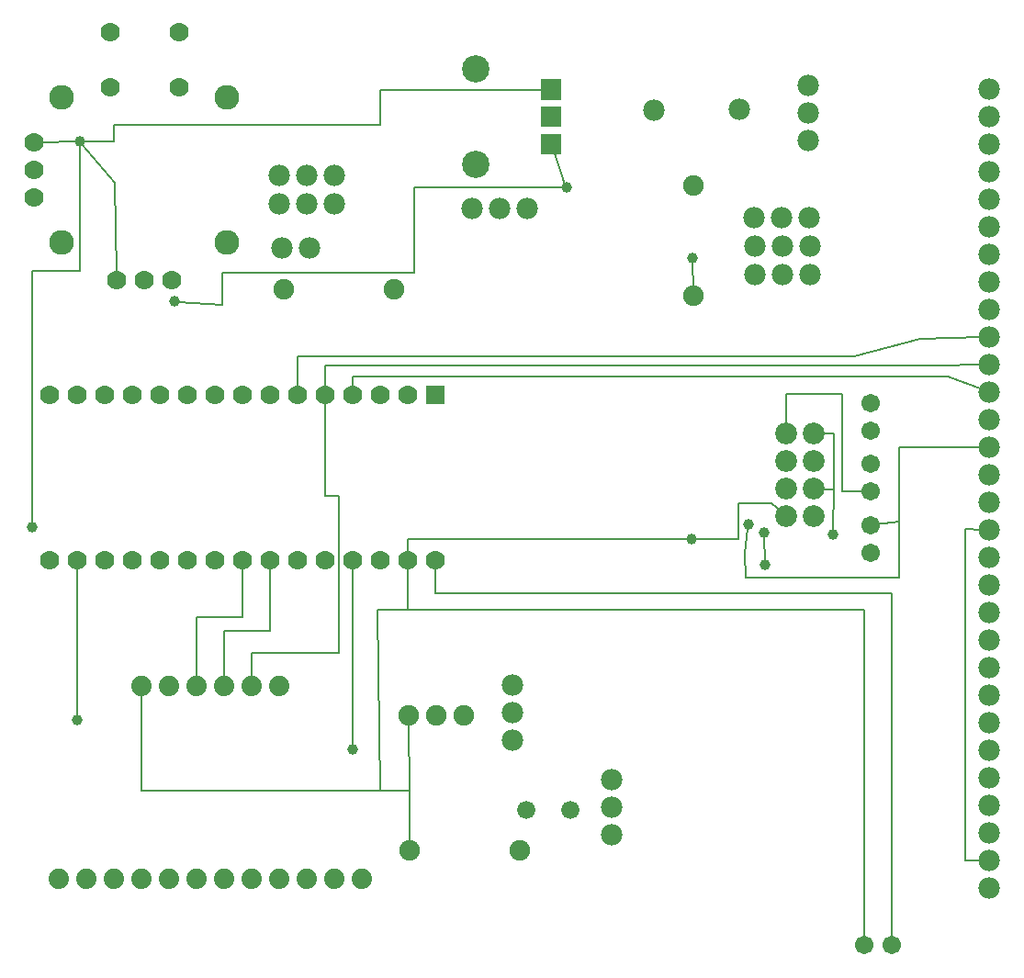
<source format=gbl>
G04 MADE WITH FRITZING*
G04 WWW.FRITZING.ORG*
G04 DOUBLE SIDED*
G04 HOLES PLATED*
G04 CONTOUR ON CENTER OF CONTOUR VECTOR*
%ASAXBY*%
%FSLAX23Y23*%
%MOIN*%
%OFA0B0*%
%SFA1.0B1.0*%
%ADD10C,0.075000*%
%ADD11C,0.078000*%
%ADD12C,0.079370*%
%ADD13C,0.070000*%
%ADD14C,0.039370*%
%ADD15C,0.090000*%
%ADD16C,0.066000*%
%ADD17C,0.074000*%
%ADD18C,0.098740*%
%ADD19C,0.067559*%
%ADD20R,0.070000X0.069972*%
%ADD21C,0.008000*%
%ADD22R,0.001000X0.001000*%
%LNCOPPER0*%
G90*
G70*
G54D10*
X1469Y534D03*
X1869Y534D03*
G54D11*
X3573Y3298D03*
X3573Y3198D03*
X3573Y3098D03*
X3573Y2998D03*
X3573Y2898D03*
X3573Y2798D03*
X3573Y2698D03*
X3573Y2598D03*
X3573Y2498D03*
X3573Y2398D03*
X3573Y2298D03*
X3573Y2198D03*
X3573Y2098D03*
X3573Y1998D03*
X3573Y1898D03*
X3573Y1798D03*
X3573Y1698D03*
X3573Y1598D03*
X3573Y1498D03*
X3573Y1398D03*
X3573Y1298D03*
X3573Y1198D03*
X3573Y1098D03*
X3573Y998D03*
X3573Y898D03*
X3573Y798D03*
X3573Y698D03*
X3573Y598D03*
X3573Y498D03*
X3573Y398D03*
G54D12*
X2938Y1747D03*
X2938Y1847D03*
X2938Y1947D03*
X2938Y2047D03*
X2938Y1747D03*
X2938Y1847D03*
X2938Y1947D03*
X2938Y2047D03*
X2838Y2047D03*
X2838Y1947D03*
X2838Y1847D03*
X2838Y1747D03*
G54D13*
X1563Y2189D03*
X1463Y2189D03*
X1363Y2189D03*
X1263Y2189D03*
X1163Y2189D03*
X1063Y2189D03*
X963Y2189D03*
X863Y2189D03*
X763Y2189D03*
X663Y2189D03*
X563Y2189D03*
X463Y2189D03*
X363Y2189D03*
X263Y2189D03*
X163Y2189D03*
X1563Y1589D03*
X1463Y1589D03*
X1363Y1589D03*
X1263Y1589D03*
X1163Y1589D03*
X1063Y1589D03*
X963Y1589D03*
X863Y1589D03*
X763Y1589D03*
X663Y1589D03*
X563Y1589D03*
X463Y1589D03*
X363Y1589D03*
X263Y1589D03*
X163Y1589D03*
G54D14*
X3008Y1683D03*
X2493Y1666D03*
G54D10*
X2501Y2947D03*
X2501Y2547D03*
G54D11*
X1107Y2723D03*
X1007Y2723D03*
G54D10*
X1467Y1026D03*
X1567Y1026D03*
X1667Y1026D03*
G54D15*
X207Y3267D03*
X807Y3267D03*
X807Y2742D03*
X207Y2742D03*
G54D13*
X607Y2604D03*
X507Y2604D03*
X407Y2604D03*
X107Y3004D03*
X107Y2904D03*
X107Y3104D03*
X632Y3304D03*
X382Y3304D03*
X382Y3504D03*
X632Y3504D03*
G54D16*
X1895Y682D03*
X2052Y682D03*
G54D17*
X797Y431D03*
X497Y1131D03*
X397Y431D03*
X997Y431D03*
X597Y431D03*
X197Y431D03*
X897Y431D03*
X697Y431D03*
X497Y431D03*
X297Y431D03*
X997Y1131D03*
X597Y1131D03*
X897Y1131D03*
X797Y1131D03*
X697Y1131D03*
X1297Y431D03*
X1197Y431D03*
X1097Y431D03*
G54D11*
X2923Y2626D03*
X2823Y2626D03*
X2723Y2626D03*
X2921Y2830D03*
X2821Y2830D03*
X2721Y2830D03*
X1198Y2984D03*
X1098Y2984D03*
X998Y2984D03*
X2668Y3226D03*
X2357Y3223D03*
X2917Y3312D03*
X2917Y3212D03*
X2917Y3112D03*
X2922Y2729D03*
X2822Y2729D03*
X2722Y2729D03*
X1198Y2880D03*
X1098Y2880D03*
X998Y2880D03*
X2205Y792D03*
X2205Y692D03*
X2205Y592D03*
X1897Y2866D03*
X1797Y2866D03*
X1697Y2866D03*
X1843Y1135D03*
X1843Y1035D03*
X1843Y935D03*
G54D17*
X1985Y3099D03*
X1985Y3198D03*
X1985Y3296D03*
G54D18*
X1709Y3025D03*
X1709Y3371D03*
G54D10*
X1014Y2572D03*
X1414Y2572D03*
G54D14*
X263Y1007D03*
X1263Y901D03*
X99Y1707D03*
X617Y2527D03*
X2496Y2685D03*
X272Y3109D03*
X2039Y2940D03*
G54D19*
X3145Y1715D03*
X3145Y1615D03*
X3144Y1938D03*
X3144Y1838D03*
X3219Y190D03*
X3119Y190D03*
X3143Y2159D03*
X3143Y2059D03*
G54D14*
X2700Y1717D03*
X2759Y1570D03*
X2756Y1687D03*
G54D20*
X1563Y2189D03*
G54D21*
X2969Y2047D02*
X3009Y2047D01*
D02*
X3009Y2047D02*
X3010Y1845D01*
D02*
X3010Y1845D02*
X2963Y1846D01*
D02*
X3010Y1845D02*
X3008Y1696D01*
D02*
X2665Y1796D02*
X2784Y1796D01*
D02*
X2507Y1666D02*
X2665Y1666D01*
D02*
X1163Y2295D02*
X1163Y2212D01*
D02*
X3389Y2295D02*
X1163Y2295D01*
D02*
X3543Y2297D02*
X3389Y2295D01*
D02*
X3550Y2207D02*
X3425Y2255D01*
D02*
X3425Y2255D02*
X1263Y2255D01*
D02*
X1263Y2255D02*
X1263Y2212D01*
D02*
X3324Y2392D02*
X3082Y2327D01*
D02*
X3082Y2327D02*
X1063Y2327D01*
D02*
X3543Y2397D02*
X3324Y2392D01*
D02*
X1063Y2327D02*
X1063Y2212D01*
D02*
X1463Y1612D02*
X1463Y1666D01*
D02*
X1463Y1666D02*
X2480Y1666D01*
D02*
X263Y1020D02*
X263Y1565D01*
D02*
X897Y1253D02*
X1213Y1253D01*
D02*
X1213Y1253D02*
X1213Y1823D01*
D02*
X897Y1157D02*
X897Y1253D01*
D02*
X1213Y1823D02*
X1163Y1823D01*
D02*
X1163Y1823D02*
X1163Y2165D01*
D02*
X697Y1382D02*
X863Y1382D01*
D02*
X863Y1382D02*
X863Y1565D01*
D02*
X697Y1157D02*
X697Y1382D01*
D02*
X963Y1331D02*
X797Y1331D01*
D02*
X797Y1331D02*
X797Y1157D01*
D02*
X963Y1565D02*
X963Y1331D01*
D02*
X1263Y915D02*
X1263Y1565D01*
D02*
X259Y3109D02*
X130Y3105D01*
D02*
X407Y2627D02*
X401Y2958D01*
D02*
X401Y2958D02*
X281Y3099D01*
D02*
X272Y2639D02*
X99Y2639D01*
D02*
X272Y3096D02*
X272Y2639D01*
D02*
X99Y2639D02*
X99Y1721D01*
D02*
X398Y3109D02*
X398Y3168D01*
D02*
X286Y3109D02*
X398Y3109D01*
D02*
X1365Y3168D02*
X1365Y3296D01*
D02*
X398Y3168D02*
X1365Y3168D01*
D02*
X1365Y3296D02*
X1960Y3296D01*
D02*
X790Y2516D02*
X790Y2631D01*
D02*
X790Y2631D02*
X1487Y2631D01*
D02*
X630Y2526D02*
X790Y2516D01*
D02*
X1487Y2631D02*
X1487Y2940D01*
D02*
X1487Y2940D02*
X2026Y2940D01*
D02*
X2035Y2953D02*
X1993Y3075D01*
D02*
X2500Y2570D02*
X2496Y2672D01*
D02*
X1352Y1409D02*
X1364Y750D01*
D02*
X1364Y750D02*
X497Y751D01*
D02*
X1364Y750D02*
X1469Y750D01*
D02*
X1463Y1407D02*
X1352Y1409D01*
D02*
X497Y751D02*
X497Y1100D01*
D02*
X1469Y750D02*
X1467Y1003D01*
D02*
X1463Y1565D02*
X1463Y1407D01*
D02*
X1469Y750D02*
X1469Y562D01*
D02*
X1463Y1407D02*
X3119Y1407D01*
D02*
X3119Y1407D02*
X3119Y209D01*
D02*
X3219Y1468D02*
X1563Y1468D01*
D02*
X1563Y1468D02*
X1563Y1565D01*
D02*
X3219Y209D02*
X3219Y1468D01*
D02*
X3041Y1838D02*
X3041Y2192D01*
D02*
X3041Y2192D02*
X2838Y2190D01*
D02*
X3119Y1838D02*
X3041Y1838D01*
D02*
X2838Y2190D02*
X2838Y2073D01*
D02*
X2784Y1796D02*
X2819Y1764D01*
D02*
X2665Y1666D02*
X2665Y1796D01*
D02*
X3488Y498D02*
X3548Y498D01*
D02*
X3488Y1700D02*
X3488Y498D01*
D02*
X3548Y1699D02*
X3488Y1700D01*
D02*
X3246Y1729D02*
X3246Y1998D01*
D02*
X3246Y1998D02*
X3543Y1998D01*
D02*
X3164Y1717D02*
X3246Y1729D01*
D02*
X3246Y1729D02*
X3246Y1525D01*
D02*
X3246Y1525D02*
X2689Y1525D01*
D02*
X2688Y1613D02*
X2698Y1704D01*
D02*
X2689Y1525D02*
X2688Y1613D01*
D02*
X2759Y1584D02*
X2756Y1673D01*
G54D22*
X1947Y3333D02*
X2021Y3333D01*
X1947Y3332D02*
X2021Y3332D01*
X1947Y3331D02*
X2021Y3331D01*
X1947Y3330D02*
X2021Y3330D01*
X1947Y3329D02*
X2021Y3329D01*
X1947Y3328D02*
X2021Y3328D01*
X1947Y3327D02*
X2021Y3327D01*
X1947Y3326D02*
X2021Y3326D01*
X1947Y3325D02*
X2021Y3325D01*
X1947Y3324D02*
X2021Y3324D01*
X1947Y3323D02*
X2021Y3323D01*
X1947Y3322D02*
X2021Y3322D01*
X1947Y3321D02*
X2021Y3321D01*
X1947Y3320D02*
X2021Y3320D01*
X1947Y3319D02*
X2021Y3319D01*
X1947Y3318D02*
X2021Y3318D01*
X1947Y3317D02*
X2021Y3317D01*
X1947Y3316D02*
X1981Y3316D01*
X1987Y3316D02*
X2021Y3316D01*
X1947Y3315D02*
X1977Y3315D01*
X1991Y3315D02*
X2021Y3315D01*
X1947Y3314D02*
X1974Y3314D01*
X1994Y3314D02*
X2021Y3314D01*
X1947Y3313D02*
X1973Y3313D01*
X1995Y3313D02*
X2021Y3313D01*
X1947Y3312D02*
X1971Y3312D01*
X1997Y3312D02*
X2021Y3312D01*
X1947Y3311D02*
X1970Y3311D01*
X1998Y3311D02*
X2021Y3311D01*
X1947Y3310D02*
X1969Y3310D01*
X1999Y3310D02*
X2021Y3310D01*
X1947Y3309D02*
X1968Y3309D01*
X2000Y3309D02*
X2021Y3309D01*
X1947Y3308D02*
X1968Y3308D01*
X2000Y3308D02*
X2021Y3308D01*
X1947Y3307D02*
X1967Y3307D01*
X2001Y3307D02*
X2021Y3307D01*
X1947Y3306D02*
X1966Y3306D01*
X2002Y3306D02*
X2021Y3306D01*
X1947Y3305D02*
X1966Y3305D01*
X2002Y3305D02*
X2021Y3305D01*
X1947Y3304D02*
X1965Y3304D01*
X2003Y3304D02*
X2021Y3304D01*
X1947Y3303D02*
X1965Y3303D01*
X2003Y3303D02*
X2021Y3303D01*
X1947Y3302D02*
X1965Y3302D01*
X2003Y3302D02*
X2021Y3302D01*
X1947Y3301D02*
X1964Y3301D01*
X2004Y3301D02*
X2021Y3301D01*
X1947Y3300D02*
X1964Y3300D01*
X2004Y3300D02*
X2021Y3300D01*
X1947Y3299D02*
X1964Y3299D01*
X2004Y3299D02*
X2021Y3299D01*
X1947Y3298D02*
X1964Y3298D01*
X2004Y3298D02*
X2021Y3298D01*
X1947Y3297D02*
X1964Y3297D01*
X2004Y3297D02*
X2021Y3297D01*
X1947Y3296D02*
X1964Y3296D01*
X2004Y3296D02*
X2021Y3296D01*
X1947Y3295D02*
X1964Y3295D01*
X2004Y3295D02*
X2021Y3295D01*
X1947Y3294D02*
X1964Y3294D01*
X2004Y3294D02*
X2021Y3294D01*
X1947Y3293D02*
X1964Y3293D01*
X2004Y3293D02*
X2021Y3293D01*
X1947Y3292D02*
X1964Y3292D01*
X2004Y3292D02*
X2021Y3292D01*
X1947Y3291D02*
X1965Y3291D01*
X2003Y3291D02*
X2021Y3291D01*
X1947Y3290D02*
X1965Y3290D01*
X2003Y3290D02*
X2021Y3290D01*
X1947Y3289D02*
X1965Y3289D01*
X2003Y3289D02*
X2021Y3289D01*
X1947Y3288D02*
X1966Y3288D01*
X2002Y3288D02*
X2021Y3288D01*
X1947Y3287D02*
X1966Y3287D01*
X2002Y3287D02*
X2021Y3287D01*
X1947Y3286D02*
X1967Y3286D01*
X2001Y3286D02*
X2021Y3286D01*
X1947Y3285D02*
X1968Y3285D01*
X2000Y3285D02*
X2021Y3285D01*
X1947Y3284D02*
X1968Y3284D01*
X2000Y3284D02*
X2021Y3284D01*
X1947Y3283D02*
X1969Y3283D01*
X1999Y3283D02*
X2021Y3283D01*
X1947Y3282D02*
X1970Y3282D01*
X1998Y3282D02*
X2021Y3282D01*
X1947Y3281D02*
X1972Y3281D01*
X1996Y3281D02*
X2021Y3281D01*
X1947Y3280D02*
X1973Y3280D01*
X1995Y3280D02*
X2021Y3280D01*
X1947Y3279D02*
X1975Y3279D01*
X1993Y3279D02*
X2021Y3279D01*
X1947Y3278D02*
X1977Y3278D01*
X1991Y3278D02*
X2021Y3278D01*
X1947Y3277D02*
X1983Y3277D01*
X1985Y3277D02*
X2021Y3277D01*
X1947Y3276D02*
X2021Y3276D01*
X1947Y3275D02*
X2021Y3275D01*
X1947Y3274D02*
X2021Y3274D01*
X1947Y3273D02*
X2021Y3273D01*
X1947Y3272D02*
X2021Y3272D01*
X1947Y3271D02*
X2021Y3271D01*
X1947Y3270D02*
X2021Y3270D01*
X1947Y3269D02*
X2021Y3269D01*
X1947Y3268D02*
X2021Y3268D01*
X1947Y3267D02*
X2021Y3267D01*
X1947Y3266D02*
X2021Y3266D01*
X1947Y3265D02*
X2021Y3265D01*
X1947Y3264D02*
X2021Y3264D01*
X1947Y3263D02*
X2021Y3263D01*
X1947Y3262D02*
X2021Y3262D01*
X1947Y3261D02*
X2021Y3261D01*
X1948Y3260D02*
X2020Y3260D01*
X1948Y3235D02*
X2020Y3235D01*
X1947Y3234D02*
X2021Y3234D01*
X1947Y3233D02*
X2021Y3233D01*
X1947Y3232D02*
X2021Y3232D01*
X1947Y3231D02*
X2021Y3231D01*
X1947Y3230D02*
X2021Y3230D01*
X1947Y3229D02*
X2021Y3229D01*
X1947Y3228D02*
X2021Y3228D01*
X1947Y3227D02*
X2021Y3227D01*
X1947Y3226D02*
X2021Y3226D01*
X1947Y3225D02*
X2021Y3225D01*
X1947Y3224D02*
X2021Y3224D01*
X1947Y3223D02*
X2021Y3223D01*
X1947Y3222D02*
X2021Y3222D01*
X1947Y3221D02*
X2021Y3221D01*
X1947Y3220D02*
X2021Y3220D01*
X1947Y3219D02*
X2021Y3219D01*
X1947Y3218D02*
X2021Y3218D01*
X1947Y3217D02*
X1978Y3217D01*
X1990Y3217D02*
X2021Y3217D01*
X1947Y3216D02*
X1975Y3216D01*
X1993Y3216D02*
X2021Y3216D01*
X1947Y3215D02*
X1973Y3215D01*
X1995Y3215D02*
X2021Y3215D01*
X1947Y3214D02*
X1972Y3214D01*
X1996Y3214D02*
X2021Y3214D01*
X1947Y3213D02*
X1971Y3213D01*
X1997Y3213D02*
X2021Y3213D01*
X1947Y3212D02*
X1970Y3212D01*
X1998Y3212D02*
X2021Y3212D01*
X1947Y3211D02*
X1969Y3211D01*
X1999Y3211D02*
X2021Y3211D01*
X1947Y3210D02*
X1968Y3210D01*
X2000Y3210D02*
X2021Y3210D01*
X1947Y3209D02*
X1967Y3209D01*
X2001Y3209D02*
X2021Y3209D01*
X1947Y3208D02*
X1967Y3208D01*
X2001Y3208D02*
X2021Y3208D01*
X1947Y3207D02*
X1966Y3207D01*
X2002Y3207D02*
X2021Y3207D01*
X1947Y3206D02*
X1965Y3206D01*
X2003Y3206D02*
X2021Y3206D01*
X1947Y3205D02*
X1965Y3205D01*
X2003Y3205D02*
X2021Y3205D01*
X1947Y3204D02*
X1965Y3204D01*
X2003Y3204D02*
X2021Y3204D01*
X1947Y3203D02*
X1964Y3203D01*
X2004Y3203D02*
X2021Y3203D01*
X1947Y3202D02*
X1964Y3202D01*
X2004Y3202D02*
X2021Y3202D01*
X1947Y3201D02*
X1964Y3201D01*
X2004Y3201D02*
X2021Y3201D01*
X1947Y3200D02*
X1964Y3200D01*
X2004Y3200D02*
X2021Y3200D01*
X1947Y3199D02*
X1964Y3199D01*
X2004Y3199D02*
X2021Y3199D01*
X1947Y3198D02*
X1964Y3198D01*
X2004Y3198D02*
X2021Y3198D01*
X1947Y3197D02*
X1964Y3197D01*
X2004Y3197D02*
X2021Y3197D01*
X1947Y3196D02*
X1964Y3196D01*
X2004Y3196D02*
X2021Y3196D01*
X1947Y3195D02*
X1964Y3195D01*
X2004Y3195D02*
X2021Y3195D01*
X1947Y3194D02*
X1964Y3194D01*
X2004Y3194D02*
X2021Y3194D01*
X1947Y3193D02*
X1965Y3193D01*
X2003Y3193D02*
X2021Y3193D01*
X1947Y3192D02*
X1965Y3192D01*
X2003Y3192D02*
X2021Y3192D01*
X1947Y3191D02*
X1965Y3191D01*
X2003Y3191D02*
X2021Y3191D01*
X1947Y3190D02*
X1966Y3190D01*
X2002Y3190D02*
X2021Y3190D01*
X1947Y3189D02*
X1966Y3189D01*
X2002Y3189D02*
X2021Y3189D01*
X1947Y3188D02*
X1967Y3188D01*
X2001Y3188D02*
X2021Y3188D01*
X1947Y3187D02*
X1967Y3187D01*
X2001Y3187D02*
X2021Y3187D01*
X1947Y3186D02*
X1968Y3186D01*
X2000Y3186D02*
X2021Y3186D01*
X1947Y3185D02*
X1969Y3185D01*
X1999Y3185D02*
X2021Y3185D01*
X1947Y3184D02*
X1970Y3184D01*
X1998Y3184D02*
X2021Y3184D01*
X1947Y3183D02*
X1971Y3183D01*
X1997Y3183D02*
X2021Y3183D01*
X1947Y3182D02*
X1972Y3182D01*
X1996Y3182D02*
X2021Y3182D01*
X1947Y3181D02*
X1974Y3181D01*
X1994Y3181D02*
X2021Y3181D01*
X1947Y3180D02*
X1976Y3180D01*
X1992Y3180D02*
X2021Y3180D01*
X1947Y3179D02*
X1979Y3179D01*
X1989Y3179D02*
X2021Y3179D01*
X1947Y3178D02*
X2021Y3178D01*
X1947Y3177D02*
X2021Y3177D01*
X1947Y3176D02*
X2021Y3176D01*
X1947Y3175D02*
X2021Y3175D01*
X1947Y3174D02*
X2021Y3174D01*
X1947Y3173D02*
X2021Y3173D01*
X1947Y3172D02*
X2021Y3172D01*
X1947Y3171D02*
X2021Y3171D01*
X1947Y3170D02*
X2021Y3170D01*
X1947Y3169D02*
X2021Y3169D01*
X1947Y3168D02*
X2021Y3168D01*
X1947Y3167D02*
X2021Y3167D01*
X1947Y3166D02*
X2021Y3166D01*
X1947Y3165D02*
X2021Y3165D01*
X1947Y3164D02*
X2021Y3164D01*
X1947Y3163D02*
X2021Y3163D01*
X1947Y3162D02*
X2021Y3162D01*
X1947Y3136D02*
X2021Y3136D01*
X1947Y3135D02*
X2021Y3135D01*
X1947Y3134D02*
X2021Y3134D01*
X1947Y3133D02*
X2021Y3133D01*
X1947Y3132D02*
X2021Y3132D01*
X1947Y3131D02*
X2021Y3131D01*
X1947Y3130D02*
X2021Y3130D01*
X1947Y3129D02*
X2021Y3129D01*
X1947Y3128D02*
X2021Y3128D01*
X1947Y3127D02*
X2021Y3127D01*
X1947Y3126D02*
X2021Y3126D01*
X1947Y3125D02*
X2021Y3125D01*
X1947Y3124D02*
X2021Y3124D01*
X1947Y3123D02*
X2021Y3123D01*
X1947Y3122D02*
X2021Y3122D01*
X1947Y3121D02*
X2021Y3121D01*
X1947Y3120D02*
X2021Y3120D01*
X1947Y3119D02*
X1980Y3119D01*
X1988Y3119D02*
X2021Y3119D01*
X1947Y3118D02*
X1976Y3118D01*
X1992Y3118D02*
X2021Y3118D01*
X1947Y3117D02*
X1974Y3117D01*
X1994Y3117D02*
X2021Y3117D01*
X1947Y3116D02*
X1972Y3116D01*
X1996Y3116D02*
X2021Y3116D01*
X1947Y3115D02*
X1971Y3115D01*
X1997Y3115D02*
X2021Y3115D01*
X1947Y3114D02*
X1970Y3114D01*
X1998Y3114D02*
X2021Y3114D01*
X1947Y3113D02*
X1969Y3113D01*
X1999Y3113D02*
X2021Y3113D01*
X1947Y3112D02*
X1968Y3112D01*
X2000Y3112D02*
X2021Y3112D01*
X1947Y3111D02*
X1967Y3111D01*
X2001Y3111D02*
X2021Y3111D01*
X1947Y3110D02*
X1967Y3110D01*
X2001Y3110D02*
X2021Y3110D01*
X1947Y3109D02*
X1966Y3109D01*
X2002Y3109D02*
X2021Y3109D01*
X1947Y3108D02*
X1966Y3108D01*
X2002Y3108D02*
X2021Y3108D01*
X1947Y3107D02*
X1965Y3107D01*
X2003Y3107D02*
X2021Y3107D01*
X1947Y3106D02*
X1965Y3106D01*
X2003Y3106D02*
X2021Y3106D01*
X1947Y3105D02*
X1965Y3105D01*
X2003Y3105D02*
X2021Y3105D01*
X1947Y3104D02*
X1964Y3104D01*
X2004Y3104D02*
X2021Y3104D01*
X1947Y3103D02*
X1964Y3103D01*
X2004Y3103D02*
X2021Y3103D01*
X1947Y3102D02*
X1964Y3102D01*
X2004Y3102D02*
X2021Y3102D01*
X1947Y3101D02*
X1964Y3101D01*
X2004Y3101D02*
X2021Y3101D01*
X1947Y3100D02*
X1964Y3100D01*
X2004Y3100D02*
X2021Y3100D01*
X1947Y3099D02*
X1964Y3099D01*
X2004Y3099D02*
X2021Y3099D01*
X1947Y3098D02*
X1964Y3098D01*
X2004Y3098D02*
X2021Y3098D01*
X1947Y3097D02*
X1964Y3097D01*
X2004Y3097D02*
X2021Y3097D01*
X1947Y3096D02*
X1964Y3096D01*
X2004Y3096D02*
X2021Y3096D01*
X1947Y3095D02*
X1964Y3095D01*
X2004Y3095D02*
X2021Y3095D01*
X1947Y3094D02*
X1965Y3094D01*
X2003Y3094D02*
X2021Y3094D01*
X1947Y3093D02*
X1965Y3093D01*
X2003Y3093D02*
X2021Y3093D01*
X1947Y3092D02*
X1965Y3092D01*
X2003Y3092D02*
X2021Y3092D01*
X1947Y3091D02*
X1966Y3091D01*
X2002Y3091D02*
X2021Y3091D01*
X1947Y3090D02*
X1967Y3090D01*
X2002Y3090D02*
X2021Y3090D01*
X1947Y3089D02*
X1967Y3089D01*
X2001Y3089D02*
X2021Y3089D01*
X1947Y3088D02*
X1968Y3088D01*
X2000Y3088D02*
X2021Y3088D01*
X1947Y3087D02*
X1969Y3087D01*
X1999Y3087D02*
X2021Y3087D01*
X1947Y3086D02*
X1969Y3086D01*
X1999Y3086D02*
X2021Y3086D01*
X1947Y3085D02*
X1971Y3085D01*
X1997Y3085D02*
X2021Y3085D01*
X1947Y3084D02*
X1972Y3084D01*
X1996Y3084D02*
X2021Y3084D01*
X1947Y3083D02*
X1973Y3083D01*
X1995Y3083D02*
X2021Y3083D01*
X1947Y3082D02*
X1975Y3082D01*
X1993Y3082D02*
X2021Y3082D01*
X1947Y3081D02*
X1978Y3081D01*
X1990Y3081D02*
X2021Y3081D01*
X1947Y3080D02*
X2021Y3080D01*
X1947Y3079D02*
X2021Y3079D01*
X1947Y3078D02*
X2021Y3078D01*
X1947Y3077D02*
X2021Y3077D01*
X1947Y3076D02*
X2021Y3076D01*
X1947Y3075D02*
X2021Y3075D01*
X1947Y3074D02*
X2021Y3074D01*
X1947Y3073D02*
X2021Y3073D01*
X1947Y3072D02*
X2021Y3072D01*
X1947Y3071D02*
X2021Y3071D01*
X1947Y3070D02*
X2021Y3070D01*
X1947Y3069D02*
X2021Y3069D01*
X1947Y3068D02*
X2021Y3068D01*
X1947Y3067D02*
X2021Y3067D01*
X1947Y3066D02*
X2021Y3066D01*
X1947Y3065D02*
X2021Y3065D01*
X1947Y3064D02*
X2021Y3064D01*
X1948Y3063D02*
X2020Y3063D01*
D02*
G04 End of Copper0*
M02*
</source>
